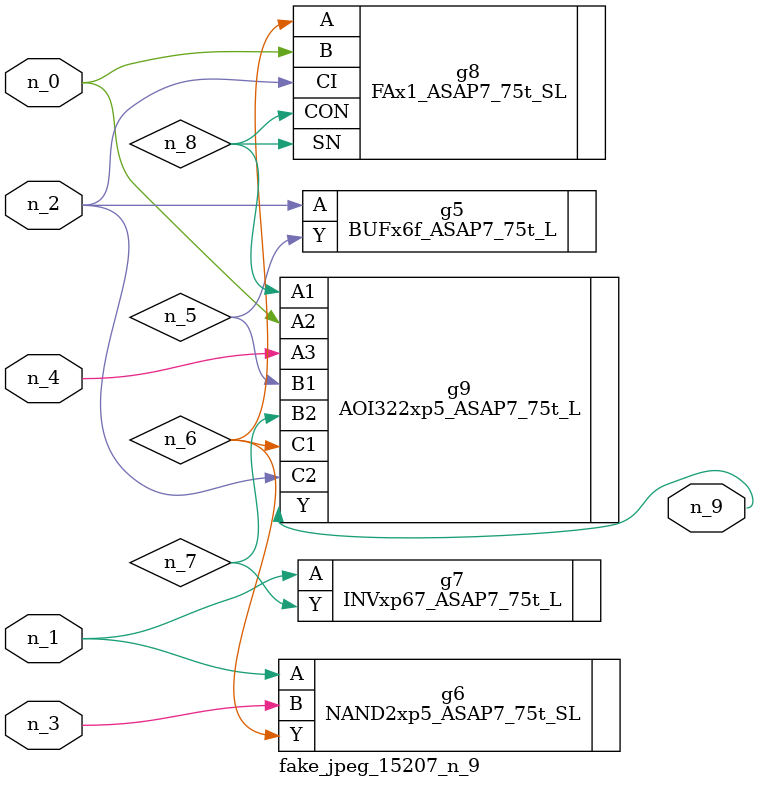
<source format=v>
module fake_jpeg_15207_n_9 (n_3, n_2, n_1, n_0, n_4, n_9);

input n_3;
input n_2;
input n_1;
input n_0;
input n_4;

output n_9;

wire n_8;
wire n_6;
wire n_5;
wire n_7;

BUFx6f_ASAP7_75t_L g5 ( 
.A(n_2),
.Y(n_5)
);

NAND2xp5_ASAP7_75t_SL g6 ( 
.A(n_1),
.B(n_3),
.Y(n_6)
);

INVxp67_ASAP7_75t_L g7 ( 
.A(n_1),
.Y(n_7)
);

FAx1_ASAP7_75t_SL g8 ( 
.A(n_6),
.B(n_0),
.CI(n_2),
.CON(n_8),
.SN(n_8)
);

AOI322xp5_ASAP7_75t_L g9 ( 
.A1(n_8),
.A2(n_0),
.A3(n_4),
.B1(n_5),
.B2(n_7),
.C1(n_6),
.C2(n_2),
.Y(n_9)
);


endmodule
</source>
